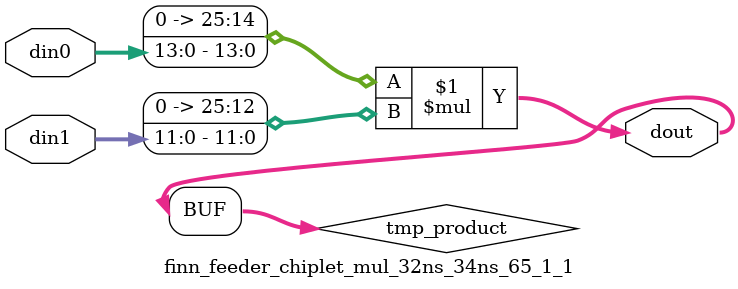
<source format=v>

`timescale 1 ns / 1 ps

  module finn_feeder_chiplet_mul_32ns_34ns_65_1_1(din0, din1, dout);
parameter ID = 1;
parameter NUM_STAGE = 0;
parameter din0_WIDTH = 14;
parameter din1_WIDTH = 12;
parameter dout_WIDTH = 26;

input [din0_WIDTH - 1 : 0] din0; 
input [din1_WIDTH - 1 : 0] din1; 
output [dout_WIDTH - 1 : 0] dout;

wire signed [dout_WIDTH - 1 : 0] tmp_product;










assign tmp_product = $signed({1'b0, din0}) * $signed({1'b0, din1});











assign dout = tmp_product;







endmodule

</source>
